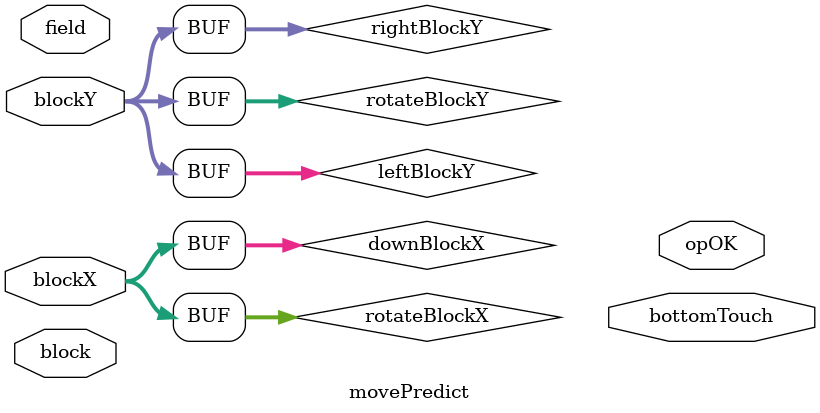
<source format=v>
module movePredict(field, block, blockX, blockY,
						 opOK, bottomTouch);
						 
	input [0:399] field;
	input [0:15] block;
	input [4:0] blockX, blockY;
	output wire opOK, bottomTouch;
	
	
	
	// Down prediction
	wire downBottomTouch;
	wire [4:0] downBlockX, downBlockY;
	assign downBlockX = blockX;
	assign downBlockY = blockY + 16'b1;
	
	bottomTouchCheck down_bTC(field, block, downBlockX, downBlockY, downBottomTouch);
	
	
	
	//Left prediction
	wire leftOK, leftBottomTouch;
	wire [4:0] leftBlockX, leftBlockY;
	assign leftBlockX = blockX - 16'd1;
	assign leftBlockY = blockY;
	
	wire leftConflictTrue, leftOutTrue;
	wire [0:15] leftRotateBlock;
	wire [1:0] leftEdgeX;
	conflictCheck left_cC(field, block, leftBlockX, leftBlockY, leftConflictTrue);
	rotateAntiClock left_rAC(block, leftRotateBlock);
	blockBottom left_bB(leftRotateBlock, leftEdgeX);
	assign leftOutTrue = ((blockX % 'd20 == 'd0) && (leftEdgeX == 2'b0))? 1'b1 : 1'b0;
	assign leftOK = (~leftConflictTrue && ~leftOutTrue)? 1'b1 : 1'b0;
	
	bottomTouchCheck left_bTC(field, block, leftBlockX, leftBlockY, leftBottomTouch);
	
	
	
	// Right prediction
	wire rightOK, rightBottomTouch;
	wire [4:0] rightBlockX, rightBlockY;
	assign rightBlockX = blockX + 16'd1;
	assign rightBlockY = blockY;
	
	wire rightConflictTrue, rightOutTrue;
	wire [0:15] rightRotateBlock;
	wire [1:0] rightEdgeX;
	conflictCheck right_cC(field, block, rightBlockX, rightBlockY, rightConflictTrue);
	rotateClockWise right_rCW(block, rightRotateBlock);
	blockBottom right_bB(rightRotateBlock, rightEdgeX);
	assign rightOutTrue = (((blockX - 'd16) % 'd20 == 'd0) && (rightEdgeX == 2'b0))? 1'b1 : 1'b0;
	assign rightOK = (~rightConflictTrue && ~rightOutTrue)? 1'b1 : 1'b0;
	
	bottomTouchCheck right_bTC(field, block, rightBlockX, rightBlockY, rightBottomTouch);
	
	
	
	// Rotate prediction
	wire rotateOK, rotateBottomTouch;
	wire [4:0] rotateBlockX, rotateBlockY;
	assign rotateBlockX = blockX;
	assign rotateBlockY = blockY;
	
	wire [0:15] rotateNewBlock;
	rotateClockWise rotate_rCW(block, rotateNewBlock);
	
	wire rotateConflictTrue, rotateRightOutTrue, rotateLeftOutTrue;
	wire [0:15] rotateClockWiseBlock, rotateAntiClockBlock;
	wire [1:0] rotateRightEdgeX, rotateLeftEdgeX;
	
	conflictCheck rotate_cC(field, rotateNewBlock, rotateBlockX, rotateBlockY, rotateConflictTrue);
	
	rotateClockWise rotate_rCW2(rotateNewBlock, rotateClockWiseBlock);
	blockBottom rotateRight_bB(rotateClockWiseBlock, rotateRightEdgeX);
	
	rotateAntiClock rotate_rAC(rotateNewBlock, rotateAntiClockBlock);
	blockBottom rotateLeft_bB(rotateAntiClockBlock, rotateLeftEdgeX);
	
	assign rotateRightOutTrue = (((rotateBlockX - 'd16) % 'd20 == 'd0) && (rotateRightEdgeX == 2'b0))? 1'b1 : 1'b0;
	assign rotateLeftOutTrue = ((rotateBlockX % 'd20 == 'd0) && (rotateLeftEdgeX == 2'b0))? 1'b1 : 1'b0;
	assign rotateOK = (~rotateConflictTrue && ~rotateRightOutTrue && ~rotateLeftOutTrue)? 1'b1 : 1'b0;
	
	bottomTouchCheck rotate_bTC(field, rotateNewBlock, rotateBlockX, rotateBlockY, rotateBottomTouch);


endmodule

</source>
